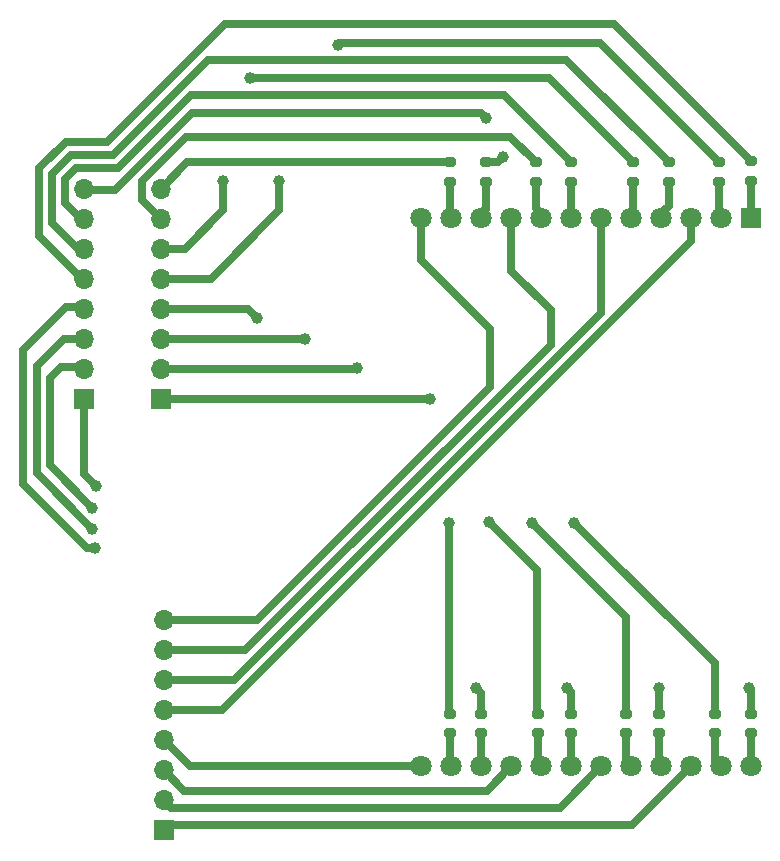
<source format=gbr>
%TF.GenerationSoftware,KiCad,Pcbnew,9.0.0*%
%TF.CreationDate,2025-04-13T20:44:06+03:30*%
%TF.ProjectId,DotMatrix,446f744d-6174-4726-9978-2e6b69636164,rev?*%
%TF.SameCoordinates,Original*%
%TF.FileFunction,Copper,L2,Bot*%
%TF.FilePolarity,Positive*%
%FSLAX46Y46*%
G04 Gerber Fmt 4.6, Leading zero omitted, Abs format (unit mm)*
G04 Created by KiCad (PCBNEW 9.0.0) date 2025-04-13 20:44:06*
%MOMM*%
%LPD*%
G01*
G04 APERTURE LIST*
G04 Aperture macros list*
%AMRoundRect*
0 Rectangle with rounded corners*
0 $1 Rounding radius*
0 $2 $3 $4 $5 $6 $7 $8 $9 X,Y pos of 4 corners*
0 Add a 4 corners polygon primitive as box body*
4,1,4,$2,$3,$4,$5,$6,$7,$8,$9,$2,$3,0*
0 Add four circle primitives for the rounded corners*
1,1,$1+$1,$2,$3*
1,1,$1+$1,$4,$5*
1,1,$1+$1,$6,$7*
1,1,$1+$1,$8,$9*
0 Add four rect primitives between the rounded corners*
20,1,$1+$1,$2,$3,$4,$5,0*
20,1,$1+$1,$4,$5,$6,$7,0*
20,1,$1+$1,$6,$7,$8,$9,0*
20,1,$1+$1,$8,$9,$2,$3,0*%
G04 Aperture macros list end*
%TA.AperFunction,ComponentPad*%
%ADD10R,1.700000X1.700000*%
%TD*%
%TA.AperFunction,ComponentPad*%
%ADD11O,1.700000X1.700000*%
%TD*%
%TA.AperFunction,ComponentPad*%
%ADD12R,1.800000X1.800000*%
%TD*%
%TA.AperFunction,ComponentPad*%
%ADD13C,1.800000*%
%TD*%
%TA.AperFunction,SMDPad,CuDef*%
%ADD14RoundRect,0.200000X0.275000X-0.200000X0.275000X0.200000X-0.275000X0.200000X-0.275000X-0.200000X0*%
%TD*%
%TA.AperFunction,ViaPad*%
%ADD15C,1.000000*%
%TD*%
%TA.AperFunction,Conductor*%
%ADD16C,0.700000*%
%TD*%
G04 APERTURE END LIST*
D10*
%TO.P,J1,1,Pin_1*%
%TO.N,Net-(J1-Pin_1)*%
X105250000Y-127740000D03*
D11*
%TO.P,J1,2,Pin_2*%
%TO.N,Net-(J1-Pin_2)*%
X105250000Y-125200000D03*
%TO.P,J1,3,Pin_3*%
%TO.N,Net-(J1-Pin_3)*%
X105250000Y-122660000D03*
%TO.P,J1,4,Pin_4*%
%TO.N,Net-(J1-Pin_4)*%
X105250000Y-120120000D03*
%TO.P,J1,5,Pin_5*%
%TO.N,Net-(J1-Pin_5)*%
X105250000Y-117580000D03*
%TO.P,J1,6,Pin_6*%
%TO.N,Net-(J1-Pin_6)*%
X105250000Y-115040000D03*
%TO.P,J1,7,Pin_7*%
%TO.N,Net-(J1-Pin_7)*%
X105250000Y-112500000D03*
%TO.P,J1,8,Pin_8*%
%TO.N,Net-(J1-Pin_8)*%
X105250000Y-109960000D03*
%TD*%
D10*
%TO.P,J3,1,Pin_1*%
%TO.N,Net-(J3-Pin_1)*%
X98500000Y-91200000D03*
D11*
%TO.P,J3,2,Pin_2*%
%TO.N,Net-(J3-Pin_2)*%
X98500000Y-88660000D03*
%TO.P,J3,3,Pin_3*%
%TO.N,Net-(J3-Pin_3)*%
X98500000Y-86120000D03*
%TO.P,J3,4,Pin_4*%
%TO.N,Net-(J3-Pin_4)*%
X98500000Y-83580000D03*
%TO.P,J3,5,Pin_5*%
%TO.N,Net-(J3-Pin_5)*%
X98500000Y-81040000D03*
%TO.P,J3,6,Pin_6*%
%TO.N,Net-(J3-Pin_6)*%
X98500000Y-78500000D03*
%TO.P,J3,7,Pin_7*%
%TO.N,Net-(J3-Pin_7)*%
X98500000Y-75960000D03*
%TO.P,J3,8,Pin_8*%
%TO.N,Net-(J3-Pin_8)*%
X98500000Y-73420000D03*
%TD*%
D10*
%TO.P,J2,1,Pin_1*%
%TO.N,Net-(J2-Pin_1)*%
X105000000Y-91200000D03*
D11*
%TO.P,J2,2,Pin_2*%
%TO.N,Net-(J2-Pin_2)*%
X105000000Y-88660000D03*
%TO.P,J2,3,Pin_3*%
%TO.N,Net-(J2-Pin_3)*%
X105000000Y-86120000D03*
%TO.P,J2,4,Pin_4*%
%TO.N,Net-(J2-Pin_4)*%
X105000000Y-83580000D03*
%TO.P,J2,5,Pin_5*%
%TO.N,Net-(J2-Pin_5)*%
X105000000Y-81040000D03*
%TO.P,J2,6,Pin_6*%
%TO.N,Net-(J2-Pin_6)*%
X105000000Y-78500000D03*
%TO.P,J2,7,Pin_7*%
%TO.N,Net-(J2-Pin_7)*%
X105000000Y-75960000D03*
%TO.P,J2,8,Pin_8*%
%TO.N,Net-(J2-Pin_8)*%
X105000000Y-73420000D03*
%TD*%
D12*
%TO.P,U1,1*%
%TO.N,Net-(R13-Pad1)*%
X155000000Y-75900000D03*
D13*
%TO.P,U1,2*%
%TO.N,Net-(R5-Pad1)*%
X152460000Y-75900000D03*
%TO.P,U1,3*%
%TO.N,Net-(J1-Pin_5)*%
X149920000Y-75900000D03*
%TO.P,U1,4*%
%TO.N,Net-(R14-Pad1)*%
X147380000Y-75900000D03*
%TO.P,U1,5*%
%TO.N,Net-(R6-Pad1)*%
X144840000Y-75900000D03*
%TO.P,U1,6*%
%TO.N,Net-(J1-Pin_6)*%
X142300000Y-75900000D03*
%TO.P,U1,7*%
%TO.N,Net-(R15-Pad1)*%
X139760000Y-75900000D03*
%TO.P,U1,8*%
%TO.N,Net-(R7-Pad1)*%
X137220000Y-75900000D03*
%TO.P,U1,9*%
%TO.N,Net-(J1-Pin_7)*%
X134680000Y-75900000D03*
%TO.P,U1,10*%
%TO.N,Net-(R16-Pad1)*%
X132140000Y-75900000D03*
%TO.P,U1,11*%
%TO.N,Net-(R8-Pad1)*%
X129600000Y-75900000D03*
%TO.P,U1,12*%
%TO.N,Net-(J1-Pin_8)*%
X127060000Y-75900000D03*
%TO.P,U1,13*%
%TO.N,Net-(J1-Pin_4)*%
X127060000Y-122300000D03*
%TO.P,U1,14*%
%TO.N,Net-(R4-Pad1)*%
X129600000Y-122300000D03*
%TO.P,U1,15*%
%TO.N,Net-(R12-Pad1)*%
X132140000Y-122300000D03*
%TO.P,U1,16*%
%TO.N,Net-(J1-Pin_3)*%
X134680000Y-122300000D03*
%TO.P,U1,17*%
%TO.N,Net-(R3-Pad1)*%
X137220000Y-122300000D03*
%TO.P,U1,18*%
%TO.N,Net-(R11-Pad1)*%
X139760000Y-122300000D03*
%TO.P,U1,19*%
%TO.N,Net-(J1-Pin_2)*%
X142300000Y-122300000D03*
%TO.P,U1,20*%
%TO.N,Net-(R2-Pad1)*%
X144840000Y-122300000D03*
%TO.P,U1,21*%
%TO.N,Net-(R10-Pad1)*%
X147380000Y-122300000D03*
%TO.P,U1,22*%
%TO.N,Net-(J1-Pin_1)*%
X149920000Y-122300000D03*
%TO.P,U1,23*%
%TO.N,Net-(R1-Pad1)*%
X152460000Y-122300000D03*
%TO.P,U1,24*%
%TO.N,Net-(R9-Pad1)*%
X155000000Y-122300000D03*
%TD*%
D14*
%TO.P,R4,1*%
%TO.N,Net-(R4-Pad1)*%
X129500000Y-119525000D03*
%TO.P,R4,2*%
%TO.N,Net-(J2-Pin_4)*%
X129500000Y-117875000D03*
%TD*%
%TO.P,R14,1*%
%TO.N,Net-(R14-Pad1)*%
X148000000Y-72825000D03*
%TO.P,R14,2*%
%TO.N,Net-(J3-Pin_6)*%
X148000000Y-71175000D03*
%TD*%
%TO.P,R8,1*%
%TO.N,Net-(R8-Pad1)*%
X129500000Y-72825000D03*
%TO.P,R8,2*%
%TO.N,Net-(J2-Pin_8)*%
X129500000Y-71175000D03*
%TD*%
%TO.P,R2,1*%
%TO.N,Net-(R2-Pad1)*%
X144400000Y-119525000D03*
%TO.P,R2,2*%
%TO.N,Net-(J2-Pin_2)*%
X144400000Y-117875000D03*
%TD*%
%TO.P,R1,1*%
%TO.N,Net-(R1-Pad1)*%
X151900000Y-119525000D03*
%TO.P,R1,2*%
%TO.N,Net-(J2-Pin_1)*%
X151900000Y-117875000D03*
%TD*%
%TO.P,R7,1*%
%TO.N,Net-(R7-Pad1)*%
X136750000Y-72825000D03*
%TO.P,R7,2*%
%TO.N,Net-(J2-Pin_7)*%
X136750000Y-71175000D03*
%TD*%
%TO.P,R3,1*%
%TO.N,Net-(R3-Pad1)*%
X136900000Y-119525000D03*
%TO.P,R3,2*%
%TO.N,Net-(J2-Pin_3)*%
X136900000Y-117875000D03*
%TD*%
%TO.P,R6,1*%
%TO.N,Net-(R6-Pad1)*%
X145000000Y-72825000D03*
%TO.P,R6,2*%
%TO.N,Net-(J2-Pin_6)*%
X145000000Y-71175000D03*
%TD*%
%TO.P,R16,1*%
%TO.N,Net-(R16-Pad1)*%
X132500000Y-72825000D03*
%TO.P,R16,2*%
%TO.N,Net-(J3-Pin_8)*%
X132500000Y-71175000D03*
%TD*%
%TO.P,R5,1*%
%TO.N,Net-(R5-Pad1)*%
X152250000Y-72825000D03*
%TO.P,R5,2*%
%TO.N,Net-(J2-Pin_5)*%
X152250000Y-71175000D03*
%TD*%
%TO.P,R15,1*%
%TO.N,Net-(R15-Pad1)*%
X139750000Y-72825000D03*
%TO.P,R15,2*%
%TO.N,Net-(J3-Pin_7)*%
X139750000Y-71175000D03*
%TD*%
%TO.P,R11,1*%
%TO.N,Net-(R11-Pad1)*%
X139700000Y-119525000D03*
%TO.P,R11,2*%
%TO.N,Net-(J3-Pin_3)*%
X139700000Y-117875000D03*
%TD*%
%TO.P,R12,1*%
%TO.N,Net-(R12-Pad1)*%
X132100000Y-119525000D03*
%TO.P,R12,2*%
%TO.N,Net-(J3-Pin_4)*%
X132100000Y-117875000D03*
%TD*%
%TO.P,R13,1*%
%TO.N,Net-(R13-Pad1)*%
X155000000Y-72750000D03*
%TO.P,R13,2*%
%TO.N,Net-(J3-Pin_5)*%
X155000000Y-71100000D03*
%TD*%
%TO.P,R9,1*%
%TO.N,Net-(R9-Pad1)*%
X155000000Y-119525000D03*
%TO.P,R9,2*%
%TO.N,Net-(J3-Pin_1)*%
X155000000Y-117875000D03*
%TD*%
%TO.P,R10,1*%
%TO.N,Net-(R10-Pad1)*%
X147200000Y-119525000D03*
%TO.P,R10,2*%
%TO.N,Net-(J3-Pin_2)*%
X147200000Y-117875000D03*
%TD*%
D15*
%TO.N,Net-(J2-Pin_2)*%
X136400000Y-101700000D03*
X121600000Y-88600000D03*
%TO.N,Net-(J2-Pin_5)*%
X115000000Y-72750000D03*
X120000000Y-61250000D03*
%TO.N,Net-(J2-Pin_1)*%
X140000000Y-101700000D03*
X127800000Y-91200000D03*
%TO.N,Net-(J2-Pin_3)*%
X117220000Y-86120000D03*
X132750000Y-101650000D03*
%TO.N,Net-(J2-Pin_4)*%
X129400000Y-101700000D03*
X113150000Y-84350000D03*
%TO.N,Net-(J2-Pin_6)*%
X110250000Y-72750000D03*
X112500000Y-64000000D03*
%TO.N,Net-(J3-Pin_2)*%
X99200000Y-100400000D03*
X147200000Y-115700000D03*
%TO.N,Net-(J3-Pin_3)*%
X139400000Y-115700000D03*
X99200000Y-102200000D03*
%TO.N,Net-(J3-Pin_1)*%
X154800000Y-115700000D03*
X99500000Y-98600000D03*
%TO.N,Net-(J3-Pin_4)*%
X131700000Y-115700000D03*
X99400000Y-103800000D03*
%TO.N,Net-(J3-Pin_8)*%
X134000000Y-70750000D03*
X132550000Y-67450000D03*
%TD*%
D16*
%TO.N,Net-(J3-Pin_5)*%
X155000000Y-71100000D02*
X143400000Y-59500000D01*
X143400000Y-59500000D02*
X110434721Y-59500000D01*
X110434721Y-59500000D02*
X100474721Y-69460000D01*
X100474721Y-69460000D02*
X96925988Y-69460000D01*
X96925988Y-69460000D02*
X94700000Y-71685988D01*
X94700000Y-71685988D02*
X94700000Y-77400000D01*
X94700000Y-77400000D02*
X98180000Y-80880000D01*
X98180000Y-80880000D02*
X98500000Y-80880000D01*
%TO.N,Net-(J3-Pin_7)*%
X139750000Y-71175000D02*
X134075000Y-65500000D01*
X134075000Y-65500000D02*
X107545989Y-65500000D01*
X107545989Y-65500000D02*
X101385989Y-71660000D01*
X96900000Y-72597258D02*
X96900000Y-74600000D01*
X101385989Y-71660000D02*
X97837258Y-71660000D01*
X97837258Y-71660000D02*
X96900000Y-72597258D01*
X96900000Y-74600000D02*
X98100000Y-75800000D01*
X98100000Y-75800000D02*
X98500000Y-75800000D01*
%TO.N,Net-(J2-Pin_3)*%
X117220000Y-86120000D02*
X105000000Y-86120000D01*
%TO.N,Net-(J2-Pin_4)*%
X112380000Y-83580000D02*
X105000000Y-83580000D01*
X113150000Y-84350000D02*
X112380000Y-83580000D01*
%TO.N,Net-(J3-Pin_8)*%
X133575000Y-71175000D02*
X132500000Y-71175000D01*
X134000000Y-70750000D02*
X133575000Y-71175000D01*
X132550000Y-67450000D02*
X132100000Y-67000000D01*
X132100000Y-67000000D02*
X107601624Y-67000000D01*
X107601624Y-67000000D02*
X101101624Y-73500000D01*
X101101624Y-73500000D02*
X98740000Y-73500000D01*
X98740000Y-73500000D02*
X98500000Y-73260000D01*
%TO.N,Net-(J2-Pin_6)*%
X112500000Y-64000000D02*
X137825000Y-64000000D01*
X137825000Y-64000000D02*
X145000000Y-71175000D01*
%TO.N,Net-(J3-Pin_6)*%
X148000000Y-71175000D02*
X139325000Y-62500000D01*
X139325000Y-62500000D02*
X108990355Y-62500000D01*
X108990355Y-62500000D02*
X100930355Y-70560000D01*
X100930355Y-70560000D02*
X97381623Y-70560000D01*
X97840000Y-78340000D02*
X98500000Y-78340000D01*
X97381623Y-70560000D02*
X95800000Y-72141623D01*
X95800000Y-72141623D02*
X95800000Y-76300000D01*
X95800000Y-76300000D02*
X97840000Y-78340000D01*
%TO.N,Net-(J2-Pin_5)*%
X120000000Y-61250000D02*
X120149000Y-61101000D01*
X120149000Y-61101000D02*
X142176000Y-61101000D01*
X142176000Y-61101000D02*
X152250000Y-71175000D01*
%TO.N,Net-(J1-Pin_3)*%
X106990000Y-124400000D02*
X132580000Y-124400000D01*
X132580000Y-124400000D02*
X134680000Y-122300000D01*
X105250000Y-122660000D02*
X106990000Y-124400000D01*
%TO.N,Net-(J1-Pin_2)*%
X138800000Y-125800000D02*
X142300000Y-122300000D01*
X105850000Y-125800000D02*
X138800000Y-125800000D01*
X105250000Y-125200000D02*
X105850000Y-125800000D01*
%TO.N,Net-(J1-Pin_4)*%
X105250000Y-120120000D02*
X107430000Y-122300000D01*
X107430000Y-122300000D02*
X127060000Y-122300000D01*
%TO.N,Net-(J1-Pin_7)*%
X134680000Y-80380000D02*
X134680000Y-75500000D01*
X105250000Y-112500000D02*
X112138732Y-112500000D01*
X138000000Y-86638732D02*
X138000000Y-83700000D01*
X112138732Y-112500000D02*
X138000000Y-86638732D01*
X138000000Y-83700000D02*
X134680000Y-80380000D01*
%TO.N,Net-(J1-Pin_6)*%
X142300000Y-83894366D02*
X142300000Y-75500000D01*
X111154366Y-115040000D02*
X142300000Y-83894366D01*
X105250000Y-115040000D02*
X111154366Y-115040000D01*
%TO.N,Net-(J1-Pin_8)*%
X127060000Y-79460000D02*
X127060000Y-75500000D01*
X113123098Y-109960000D02*
X132900000Y-90183098D01*
X132900000Y-85300000D02*
X127060000Y-79460000D01*
X105250000Y-109960000D02*
X113123098Y-109960000D01*
X132900000Y-90183098D02*
X132900000Y-85300000D01*
%TO.N,Net-(J1-Pin_5)*%
X110170000Y-117580000D02*
X149920000Y-77830000D01*
X149920000Y-77830000D02*
X149920000Y-75500000D01*
X105250000Y-117580000D02*
X110170000Y-117580000D01*
%TO.N,Net-(J1-Pin_1)*%
X105250000Y-127740000D02*
X105690000Y-127300000D01*
X105690000Y-127300000D02*
X144920000Y-127300000D01*
X144920000Y-127300000D02*
X149920000Y-122300000D01*
%TO.N,Net-(J2-Pin_2)*%
X136400000Y-101700000D02*
X144400000Y-109700000D01*
X105000000Y-88660000D02*
X121540000Y-88660000D01*
X144400000Y-109700000D02*
X144400000Y-117875000D01*
X121540000Y-88660000D02*
X121600000Y-88600000D01*
%TO.N,Net-(J2-Pin_5)*%
X109210000Y-81040000D02*
X105000000Y-81040000D01*
X115000000Y-72750000D02*
X115000000Y-75250000D01*
X115000000Y-75250000D02*
X109210000Y-81040000D01*
%TO.N,Net-(J2-Pin_8)*%
X107245000Y-71175000D02*
X105000000Y-73420000D01*
X129500000Y-71175000D02*
X107245000Y-71175000D01*
%TO.N,Net-(J2-Pin_7)*%
X134575000Y-69000000D02*
X107157258Y-69000000D01*
X103400000Y-72757258D02*
X103400000Y-74360000D01*
X107157258Y-69000000D02*
X103400000Y-72757258D01*
X136750000Y-71175000D02*
X134575000Y-69000000D01*
X103400000Y-74360000D02*
X105000000Y-75960000D01*
%TO.N,Net-(J2-Pin_1)*%
X140000000Y-101700000D02*
X151900000Y-113600000D01*
X105000000Y-91200000D02*
X127800000Y-91200000D01*
X151900000Y-113600000D02*
X151900000Y-117875000D01*
%TO.N,Net-(J2-Pin_3)*%
X136800000Y-117775000D02*
X136900000Y-117875000D01*
X132750000Y-101650000D02*
X136800000Y-105700000D01*
X136800000Y-105700000D02*
X136800000Y-117775000D01*
%TO.N,Net-(J2-Pin_4)*%
X129400000Y-117775000D02*
X129500000Y-117875000D01*
X129400000Y-101700000D02*
X129400000Y-117775000D01*
%TO.N,Net-(J2-Pin_6)*%
X110250000Y-75250000D02*
X107000000Y-78500000D01*
X107000000Y-78500000D02*
X105000000Y-78500000D01*
X110250000Y-72750000D02*
X110250000Y-75250000D01*
%TO.N,Net-(J3-Pin_2)*%
X95600000Y-96800000D02*
X99200000Y-100400000D01*
X147200000Y-115700000D02*
X147200000Y-117875000D01*
X98500000Y-88500000D02*
X96500000Y-88500000D01*
X96500000Y-88500000D02*
X95600000Y-89400000D01*
X95600000Y-89400000D02*
X95600000Y-96800000D01*
%TO.N,Net-(J3-Pin_3)*%
X98360000Y-86100000D02*
X96800000Y-86100000D01*
X139400000Y-115700000D02*
X139700000Y-116000000D01*
X139700000Y-116000000D02*
X139700000Y-117875000D01*
X96800000Y-86100000D02*
X94500000Y-88400000D01*
X94500000Y-88400000D02*
X94500000Y-97500000D01*
X94500000Y-97500000D02*
X99200000Y-102200000D01*
X98500000Y-85960000D02*
X98360000Y-86100000D01*
%TO.N,Net-(J3-Pin_1)*%
X98500000Y-91040000D02*
X98500000Y-97600000D01*
X155000000Y-115900000D02*
X155000000Y-117875000D01*
X154800000Y-115700000D02*
X155000000Y-115900000D01*
X98500000Y-97600000D02*
X99500000Y-98600000D01*
%TO.N,Net-(J3-Pin_4)*%
X99400000Y-103800000D02*
X98700000Y-103800000D01*
X96930000Y-83420000D02*
X98500000Y-83420000D01*
X98700000Y-103800000D02*
X93300000Y-98400000D01*
X93300000Y-87050000D02*
X96930000Y-83420000D01*
X93300000Y-98400000D02*
X93300000Y-87050000D01*
X132100000Y-116100000D02*
X132100000Y-117875000D01*
X131700000Y-115700000D02*
X132100000Y-116100000D01*
%TO.N,Net-(R14-Pad1)*%
X148000000Y-74880000D02*
X147380000Y-75500000D01*
X148000000Y-72825000D02*
X148000000Y-74880000D01*
%TO.N,Net-(R10-Pad1)*%
X147200000Y-122120000D02*
X147380000Y-122300000D01*
X147200000Y-119525000D02*
X147200000Y-122120000D01*
%TO.N,Net-(R15-Pad1)*%
X139750000Y-75490000D02*
X139760000Y-75500000D01*
X139750000Y-72825000D02*
X139750000Y-75490000D01*
%TO.N,Net-(R5-Pad1)*%
X152250000Y-75290000D02*
X152460000Y-75500000D01*
X152250000Y-72825000D02*
X152250000Y-75290000D01*
%TO.N,Net-(R7-Pad1)*%
X136750000Y-72825000D02*
X136750000Y-75030000D01*
X136750000Y-75030000D02*
X137220000Y-75500000D01*
%TO.N,Net-(R2-Pad1)*%
X144400000Y-119525000D02*
X144400000Y-121860000D01*
X144400000Y-121860000D02*
X144840000Y-122300000D01*
%TO.N,Net-(R6-Pad1)*%
X145000000Y-75340000D02*
X144840000Y-75500000D01*
X145000000Y-72825000D02*
X145000000Y-75340000D01*
%TO.N,Net-(R12-Pad1)*%
X132100000Y-119525000D02*
X132100000Y-122260000D01*
X132100000Y-122260000D02*
X132140000Y-122300000D01*
%TO.N,Net-(R3-Pad1)*%
X136900000Y-119525000D02*
X136900000Y-121980000D01*
X136900000Y-121980000D02*
X137220000Y-122300000D01*
%TO.N,Net-(R4-Pad1)*%
X129500000Y-119525000D02*
X129500000Y-122200000D01*
X129500000Y-122200000D02*
X129600000Y-122300000D01*
%TO.N,Net-(R13-Pad1)*%
X155000000Y-72750000D02*
X155000000Y-75500000D01*
%TO.N,Net-(R11-Pad1)*%
X139700000Y-119525000D02*
X139700000Y-122240000D01*
X139700000Y-122240000D02*
X139760000Y-122300000D01*
%TO.N,Net-(R8-Pad1)*%
X129500000Y-72825000D02*
X129500000Y-75400000D01*
X129500000Y-75400000D02*
X129600000Y-75500000D01*
%TO.N,Net-(R16-Pad1)*%
X132500000Y-75140000D02*
X132140000Y-75500000D01*
X132500000Y-72825000D02*
X132500000Y-75140000D01*
%TO.N,Net-(R9-Pad1)*%
X155000000Y-119525000D02*
X155000000Y-122300000D01*
%TO.N,Net-(R1-Pad1)*%
X151900000Y-119525000D02*
X151900000Y-121740000D01*
X151900000Y-121740000D02*
X152460000Y-122300000D01*
%TD*%
M02*

</source>
